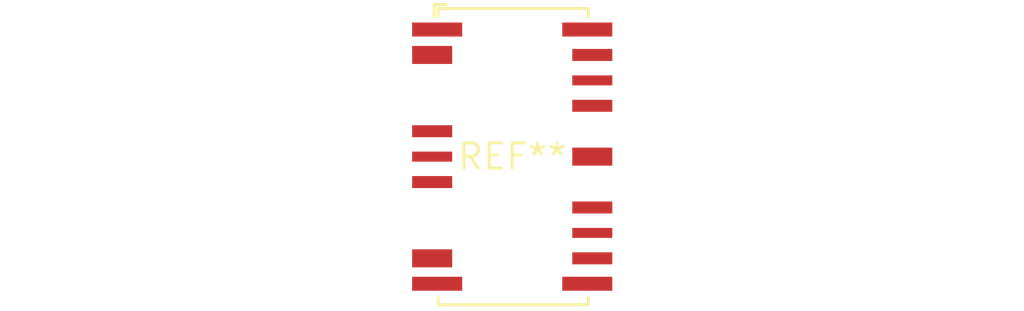
<source format=kicad_pcb>
(kicad_pcb (version 20240108) (generator pcbnew)
  (layers (0 "F.Cu" signal) (31 "B.Cu" signal) (34 "B.Paste" user) (35 "F.Paste" user) (36 "B.SilkS" user "B.Silkscreen") (37 "F.SilkS" user "F.Silkscreen") (38 "B.Mask" user) (39 "F.Mask" user) (44 "Edge.Cuts" user))
  (net 0 "")
  (footprint "Relay_SPDT_AXICOM_HF3Series_75ohms_Pitch1.27mm" (layer "F.Cu") (at 0 0)
    (property "Reference" "REF**")
    (property "Value" "Relay_SPDT_AXICOM_HF3Series_75ohms_Pitch1.27mm")
    (fp_line (start -3.9 -7.6) (end -3.4 -7.6) (layer "F.SilkS") (stroke (width 0.15)))
    (fp_line (start -3.9 -7) (end -3.9 -7.6) (layer "F.SilkS") (stroke (width 0.15)))
    (fp_line (start -3.7 -7.4) (end -3.7 -7) (layer "F.SilkS") (stroke (width 0.15)))
    (fp_line (start -3.7 7.4) (end -3.7 7) (layer "F.SilkS") (stroke (width 0.15)))
    (fp_line (start -3.4 -7.6) (end -3.3 -7.6) (layer "F.SilkS") (stroke (width 0.15)))
    (fp_line (start 3.8 -7.4) (end -3.7 -7.4) (layer "F.SilkS") (stroke (width 0.15)))
    (fp_line (start 3.8 -7) (end 3.8 -7.4) (layer "F.SilkS") (stroke (width 0.15)))
    (fp_line (start 3.8 7.1) (end 3.8 7) (layer "F.SilkS") (stroke (width 0.15)))
    (fp_line (start 3.8 7.1) (end 3.8 7.4) (layer "F.SilkS") (stroke (width 0.15)))
    (fp_line (start 3.8 7.4) (end -3.7 7.4) (layer "F.SilkS") (stroke (width 0.15)))
    (pad "1" smd rect (at -3.75 -6.35) (size 2.5 0.7) (layers "F.Cu" "F.Paste" "F.Mask"))
    (pad "2" smd rect (at -4 -5.08) (size 2 0.9) (layers "F.Cu" "F.Paste" "F.Mask"))
    (pad "5" smd rect (at -4 -1.27) (size 2 0.6) (layers "F.Cu" "F.Paste" "F.Mask"))
    (pad "6" smd rect (at -4 0) (size 2 0.5) (layers "F.Cu" "F.Paste" "F.Mask"))
    (pad "7" smd rect (at -4 1.27) (size 2 0.6) (layers "F.Cu" "F.Paste" "F.Mask"))
    (pad "10" smd rect (at -4 5.08) (size 2 0.9) (layers "F.Cu" "F.Paste" "F.Mask"))
    (pad "11" smd rect (at -3.75 6.35) (size 2.5 0.7) (layers "F.Cu" "F.Paste" "F.Mask"))
    (pad "12" smd rect (at 3.75 6.35) (size 2.5 0.7) (layers "F.Cu" "F.Paste" "F.Mask"))
    (pad "13" smd rect (at 4 5.08) (size 2 0.6) (layers "F.Cu" "F.Paste" "F.Mask"))
    (pad "14" smd rect (at 4 3.81) (size 2 0.5) (layers "F.Cu" "F.Paste" "F.Mask"))
    (pad "15" smd rect (at 4 2.54) (size 2 0.6) (layers "F.Cu" "F.Paste" "F.Mask"))
    (pad "17" smd rect (at 4 0) (size 2 0.9) (layers "F.Cu" "F.Paste" "F.Mask"))
    (pad "19" smd rect (at 4 -2.54) (size 2 0.6) (layers "F.Cu" "F.Paste" "F.Mask"))
    (pad "20" smd rect (at 4 -3.81) (size 2 0.5) (layers "F.Cu" "F.Paste" "F.Mask"))
    (pad "21" smd rect (at 4 -5.08) (size 2 0.6) (layers "F.Cu" "F.Paste" "F.Mask"))
    (pad "22" smd rect (at 3.75 -6.35) (size 2.5 0.7) (layers "F.Cu" "F.Paste" "F.Mask"))
  )
)
</source>
